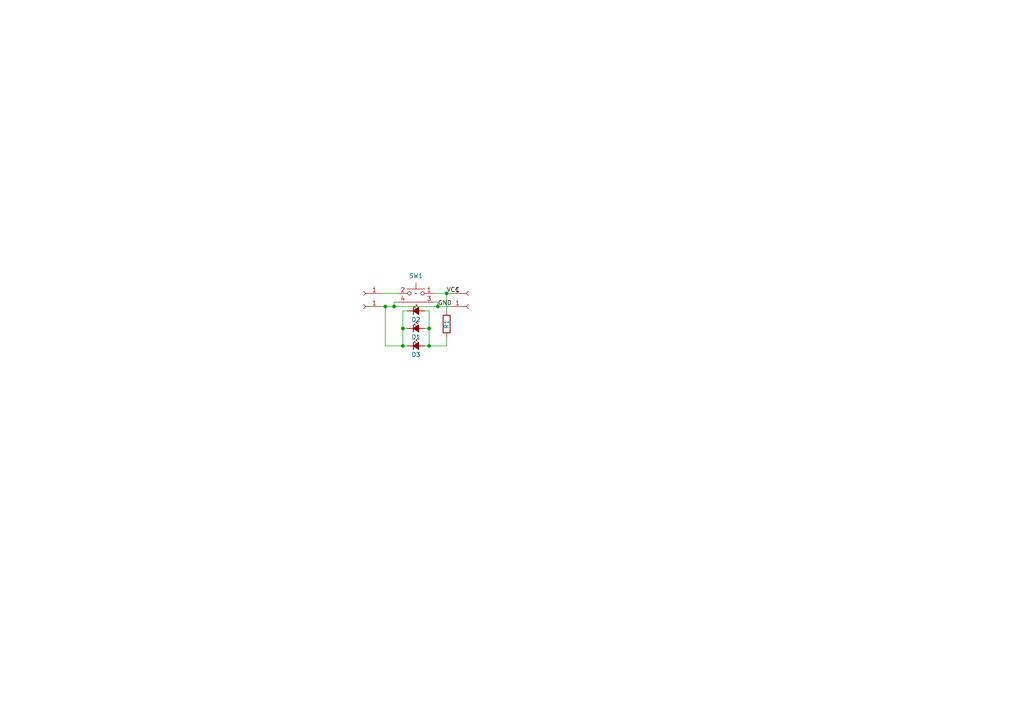
<source format=kicad_sch>
(kicad_sch (version 20230121) (generator eeschema)
  (paper "A4")
  (lib_symbols
    (symbol "Connector:Conn_01x01_Socket" (pin_names (offset 1.016) hide)
      (property "Reference" "J" (at 0 2.54 0))
      (property "Value" "Conn_01x01_Socket" (at 0 -2.54 0))
      (symbol "Conn_01x01_Socket_1_1"
        (polyline (pts (xy -1.27 0) (xy -0.508 0)) (stroke (width 0.1524)))
        (arc (start 0 0.508) (mid -0.5058 0) (end 0 -0.508) (stroke (width 0.1524)))
        (pin passive line (at -5.08 0 0) (length 3.81) (name "Pin_1") (number "1"))
      )
    )
    (symbol "Device:LED_Small_Filled" (pin_numbers hide) (pin_names (offset 0.254) hide)
      (property "Reference" "D" (at -1.27 3.175 0))
      (property "Value" "LED_Small_Filled" (at -4.445 -2.54 0))
      (symbol "LED_Small_Filled_0_1"
        (polyline (pts (xy -0.762 -1.016) (xy -0.762 1.016)) (stroke (width 0.254)))
        (polyline (pts (xy 1.016 0) (xy -0.762 0)))
        (polyline (pts (xy 0.762 -1.016) (xy -0.762 0) (xy 0.762 1.016) (xy 0.762 -1.016)) (stroke (width 0.254)) (fill (type outline)))
        (polyline (pts (xy 0 0.762) (xy -0.508 1.27) (xy -0.254 1.27) (xy -0.508 1.27) (xy -0.508 1.016)))
        (polyline (pts (xy 0.508 1.27) (xy 0 1.778) (xy 0.254 1.778) (xy 0 1.778) (xy 0 1.524)))
      )
      (symbol "LED_Small_Filled_1_1"
        (pin passive line (at -2.54 0 0) (length 1.778) (name "K") (number "1"))
        (pin passive line (at 2.54 0 180) (length 1.778) (name "A") (number "2"))
      )
    )
    (symbol "Device:R" (pin_numbers hide) (pin_names (offset 0))
      (property "Reference" "R" (at 2.032 0 90))
      (property "Value" "R" (at 0 0 90))
      (symbol "R_0_1"
        (rectangle (start -1.016 -2.54) (end 1.016 2.54) (stroke (width 0.254)))
      )
      (symbol "R_1_1"
        (pin passive line (at 0 3.81 270) (length 1.27) (name "~") (number "1"))
        (pin passive line (at 0 -3.81 90) (length 1.27) (name "~") (number "2"))
      )
    )
    (symbol "Switch:SW_Push_Shield"
      (property "Reference" "SW1" (at 2.54 2.54 0))
      (property "Value" "~" (at 0 0 0))
      (symbol "SW_Push_Shield_0_1"
        (circle (center -1.905 0) (radius 0.508))
        (polyline (pts (xy -2.54 -2.54) (xy 2.54 -2.54)))
        (polyline (pts (xy 0 1.27) (xy 0 3.048)))
        (polyline (pts (xy 2.54 1.27) (xy -2.54 1.27)))
        (circle (center 1.905 0) (radius 0.508))
      )
      (symbol "SW_Push_Shield_1_1"
        (pin passive line (at -5.08 0 0) (length 2.54) (name "") (number "1"))
        (pin passive line (at 5.08 0 180) (length 2.54) (name "") (number "2"))
        (pin passive line (at -5.08 -2.54 0) (length 2.54) (name "") (number "3"))
        (pin passive line (at 5.08 -2.54 180) (length 2.54) (name "") (number "4"))
      )
    )
  )
  (junction (at 114.3 88.9))
  (junction (at 129.54 85.09))
  (junction (at 111.76 88.9))
  (junction (at 127 88.9))
  (junction (at 116.84 95.25))
  (junction (at 116.84 100.33))
  (junction (at 124.46 95.25))
  (junction (at 124.46 100.33))
  (wire (pts (xy 116.84 90.17) (xy 116.84 95.25)))
  (wire (pts (xy 116.84 100.33) (xy 111.76 100.33)))
  (wire (pts (xy 118.11 100.33) (xy 116.84 100.33)))
  (wire (pts (xy 110.49 88.9) (xy 111.76 88.9)))
  (wire (pts (xy 129.54 85.09) (xy 130.81 85.09)))
  (wire (pts (xy 115.57 87.63) (xy 114.3 87.63)))
  (wire (pts (xy 124.46 95.25) (xy 124.46 100.33)))
  (wire (pts (xy 129.54 85.09) (xy 129.54 90.17)))
  (wire (pts (xy 111.76 88.9) (xy 111.76 100.33)))
  (wire (pts (xy 129.54 97.79) (xy 129.54 100.33)))
  (wire (pts (xy 111.76 88.9) (xy 114.3 88.9)))
  (wire (pts (xy 123.19 90.17) (xy 124.46 90.17)))
  (wire (pts (xy 114.3 88.9) (xy 127 88.9)))
  (wire (pts (xy 125.73 87.63) (xy 127 87.63)))
  (wire (pts (xy 123.19 100.33) (xy 124.46 100.33)))
  (wire (pts (xy 124.46 90.17) (xy 124.46 95.25)))
  (wire (pts (xy 110.49 85.09) (xy 115.57 85.09)))
  (wire (pts (xy 114.3 87.63) (xy 114.3 88.9)))
  (wire (pts (xy 125.73 85.09) (xy 129.54 85.09)))
  (wire (pts (xy 123.19 95.25) (xy 124.46 95.25)))
  (wire (pts (xy 127 87.63) (xy 127 88.9)))
  (wire (pts (xy 116.84 100.33) (xy 116.84 95.25)))
  (wire (pts (xy 127 88.9) (xy 130.81 88.9)))
  (wire (pts (xy 129.54 100.33) (xy 124.46 100.33)))
  (wire (pts (xy 118.11 90.17) (xy 116.84 90.17)))
  (wire (pts (xy 116.84 95.25) (xy 118.11 95.25)))
  (label "GND" (at 127 88.9 0))
  (label "VCC" (at 129.54 85.09 0))
  (symbol (lib_id "Device:LED_Small_Filled") (at 120.65 90.17 0) (unit 1)
    (property "Reference" "D2" (at 120.65 92.71 0))
    (property "Value" "LED_Small_Filled" (effects hide))
    (property "Footprint" "LED_THT:LED_D5.0mm_Clear" (effects hide))
  )
  (symbol (lib_id "Connector:Conn_01x01_Socket") (at 135.89 85.09 0) (unit 1)
    (property "Reference" "J1" (effects hide))
    (property "Value" "Conn_01x01_Socket" (effects hide))
    (property "Footprint" "Connector_PinHeader_2.54mm:PinHeader_1x01_P2.54mm_Vertical" (effects hide))
  )
  (symbol (lib_id "Connector:Conn_01x01_Socket") (at 105.41 85.09 0) (mirror y) (unit 1)
    (property "Reference" "J4" (effects hide))
    (property "Value" "Conn_01x01_Socket" (effects hide))
    (property "Footprint" "Connector_PinHeader_2.54mm:PinHeader_1x01_P2.54mm_Vertical" (effects hide))
  )
  (symbol (lib_id "Switch:SW_Push_Shield") (at 120.65 85.09 0) (mirror y) (unit 1)
    (property "Reference" "SW1" (at 120.65 80.01 0))
    (property "Value" "~" (at 120.65 85.09 0))
    (property "Footprint" "Button_Switch_THT:SW_Tactile_SPST_Angled_PTS645Vx31-2LFS" (effects hide))
  )
  (symbol (lib_id "Device:LED_Small_Filled") (at 120.65 100.33 0) (unit 1)
    (property "Reference" "D3" (at 120.65 102.87 0))
    (property "Value" "LED_Small_Filled" (effects hide))
    (property "Footprint" "LED_THT:LED_D5.0mm_Clear" (effects hide))
  )
  (symbol (lib_id "Device:R") (at 129.54 93.98 0) (mirror y) (unit 1)
    (property "Reference" "R1" (at 129.54 92.71 90) (effects (justify right)))
    (property "Value" "R" (effects hide))
    (property "Footprint" "Resistor_THT:R_Axial_DIN0207_L6.3mm_D2.5mm_P7.62mm_Horizontal" (effects hide))
  )
  (symbol (lib_id "Connector:Conn_01x01_Socket") (at 105.41 88.9 0) (mirror y) (unit 1)
    (property "Reference" "J3" (effects hide))
    (property "Value" "Conn_01x01_Socket" (effects hide))
    (property "Footprint" "Connector_PinHeader_2.54mm:PinHeader_1x01_P2.54mm_Vertical" (effects hide))
  )
  (symbol (lib_id "Device:LED_Small_Filled") (at 120.65 95.25 0) (unit 1)
    (property "Reference" "D1" (at 120.65 97.79 0))
    (property "Value" "LED_Small_Filled" (effects hide))
    (property "Footprint" "LED_THT:LED_D5.0mm_Clear" (effects hide))
  )
  (symbol (lib_id "Connector:Conn_01x01_Socket") (at 135.89 88.9 0) (unit 1)
    (property "Reference" "J2" (effects hide))
    (property "Value" "Conn_01x01_Socket" (effects hide))
    (property "Footprint" "Connector_PinHeader_2.54mm:PinHeader_1x01_P2.54mm_Vertical" (effects hide))
  )
)
</source>
